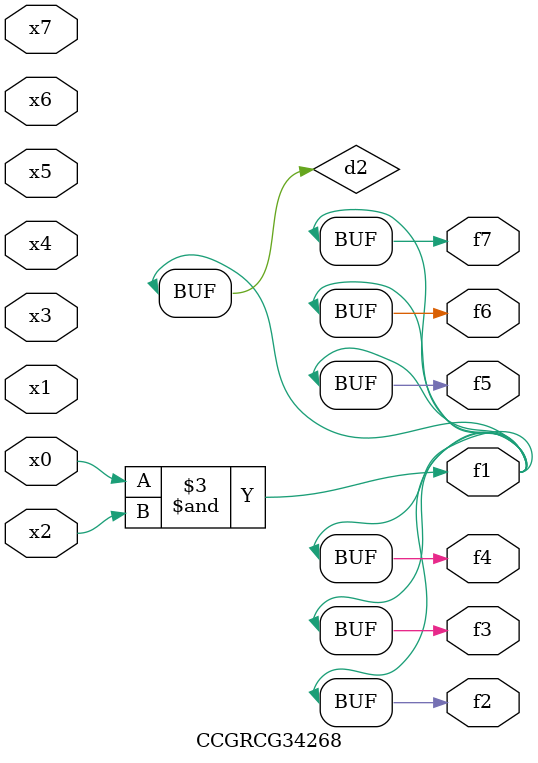
<source format=v>
module CCGRCG34268(
	input x0, x1, x2, x3, x4, x5, x6, x7,
	output f1, f2, f3, f4, f5, f6, f7
);

	wire d1, d2;

	nor (d1, x3, x6);
	and (d2, x0, x2);
	assign f1 = d2;
	assign f2 = d2;
	assign f3 = d2;
	assign f4 = d2;
	assign f5 = d2;
	assign f6 = d2;
	assign f7 = d2;
endmodule

</source>
